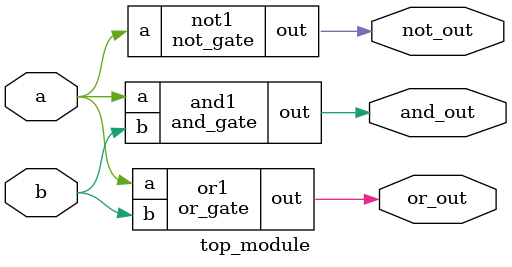
<source format=v>
module and_gate(
    input a,
    input b,
    output out
);
    assign out = a & b;
endmodule

module not_gate(
    input a,
    output out
);
    assign out = ~a;
endmodule

module or_gate(
    input a,
    input b,
    output out
);
    assign out = a | b;
endmodule

module top_module(
    input a, 
    input b, 
    output and_out, 
    output not_out, 
    output or_out
);
    and_gate and1(a, b, and_out);
    not_gate not1(a, not_out);
    or_gate or1(a, b, or_out);
endmodule

</source>
